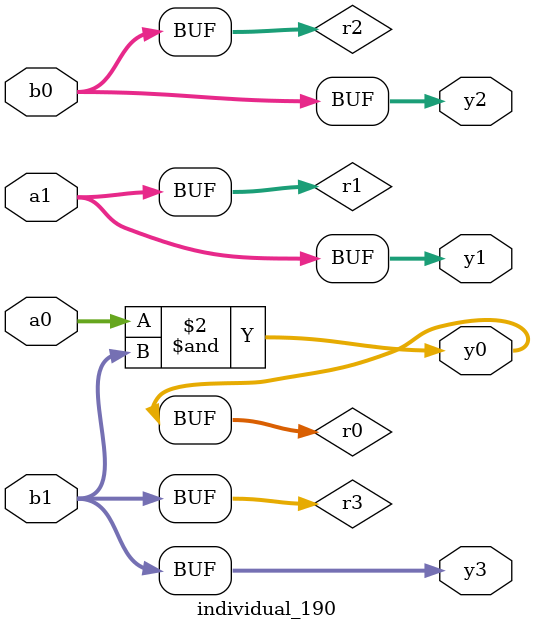
<source format=sv>
module individual_190(input logic [15:0] a1, input logic [15:0] a0, input logic [15:0] b1, input logic [15:0] b0, output logic [15:0] y3, output logic [15:0] y2, output logic [15:0] y1, output logic [15:0] y0);
logic [15:0] r0, r1, r2, r3; 
 always@(*) begin 
	 r0 = a0; r1 = a1; r2 = b0; r3 = b1; 
 	 r0  &=  r3 ;
 	 y3 = r3; y2 = r2; y1 = r1; y0 = r0; 
end
endmodule
</source>
